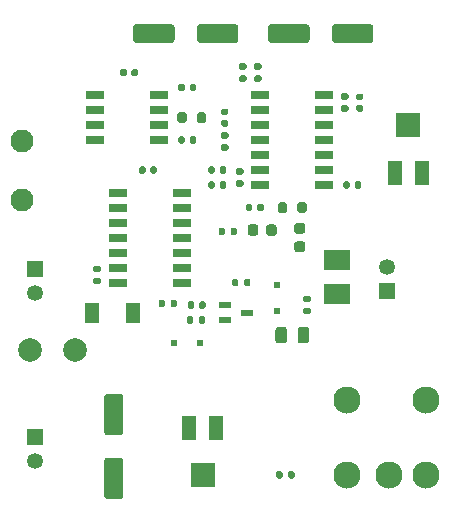
<source format=gbr>
%TF.GenerationSoftware,KiCad,Pcbnew,(5.1.8)-1*%
%TF.CreationDate,2021-02-07T14:07:47+00:00*%
%TF.ProjectId,Bat_Listner_JLCPCB,4261745f-4c69-4737-946e-65725f4a4c43,rev?*%
%TF.SameCoordinates,Original*%
%TF.FileFunction,Soldermask,Top*%
%TF.FilePolarity,Negative*%
%FSLAX46Y46*%
G04 Gerber Fmt 4.6, Leading zero omitted, Abs format (unit mm)*
G04 Created by KiCad (PCBNEW (5.1.8)-1) date 2021-02-07 14:07:47*
%MOMM*%
%LPD*%
G01*
G04 APERTURE LIST*
%ADD10R,1.525000X0.650000*%
%ADD11R,2.300000X1.800000*%
%ADD12R,1.300000X1.700000*%
%ADD13R,0.500000X0.500000*%
%ADD14R,1.000000X0.550000*%
%ADD15C,2.000000*%
%ADD16C,1.950000*%
%ADD17C,1.350000*%
%ADD18R,1.350000X1.350000*%
%ADD19C,2.300000*%
%ADD20R,1.300000X2.000000*%
%ADD21R,2.000000X2.000000*%
G04 APERTURE END LIST*
D10*
%TO.C,AT1*%
X148127000Y-55245000D03*
X148127000Y-56515000D03*
X148127000Y-57785000D03*
X148127000Y-59055000D03*
X142703000Y-59055000D03*
X142703000Y-57785000D03*
X142703000Y-56515000D03*
X142703000Y-55245000D03*
%TD*%
%TO.C,C1*%
G36*
G01*
X145370000Y-53170000D02*
X145370000Y-53510000D01*
G75*
G02*
X145230000Y-53650000I-140000J0D01*
G01*
X144950000Y-53650000D01*
G75*
G02*
X144810000Y-53510000I0J140000D01*
G01*
X144810000Y-53170000D01*
G75*
G02*
X144950000Y-53030000I140000J0D01*
G01*
X145230000Y-53030000D01*
G75*
G02*
X145370000Y-53170000I0J-140000D01*
G01*
G37*
G36*
G01*
X146330000Y-53170000D02*
X146330000Y-53510000D01*
G75*
G02*
X146190000Y-53650000I-140000J0D01*
G01*
X145910000Y-53650000D01*
G75*
G02*
X145770000Y-53510000I0J140000D01*
G01*
X145770000Y-53170000D01*
G75*
G02*
X145910000Y-53030000I140000J0D01*
G01*
X146190000Y-53030000D01*
G75*
G02*
X146330000Y-53170000I0J-140000D01*
G01*
G37*
%TD*%
%TO.C,C2*%
G36*
G01*
X149735000Y-54780000D02*
X149735000Y-54440000D01*
G75*
G02*
X149875000Y-54300000I140000J0D01*
G01*
X150155000Y-54300000D01*
G75*
G02*
X150295000Y-54440000I0J-140000D01*
G01*
X150295000Y-54780000D01*
G75*
G02*
X150155000Y-54920000I-140000J0D01*
G01*
X149875000Y-54920000D01*
G75*
G02*
X149735000Y-54780000I0J140000D01*
G01*
G37*
G36*
G01*
X150695000Y-54780000D02*
X150695000Y-54440000D01*
G75*
G02*
X150835000Y-54300000I140000J0D01*
G01*
X151115000Y-54300000D01*
G75*
G02*
X151255000Y-54440000I0J-140000D01*
G01*
X151255000Y-54780000D01*
G75*
G02*
X151115000Y-54920000I-140000J0D01*
G01*
X150835000Y-54920000D01*
G75*
G02*
X150695000Y-54780000I0J140000D01*
G01*
G37*
%TD*%
%TO.C,C3*%
G36*
G01*
X153500000Y-57350000D02*
X153840000Y-57350000D01*
G75*
G02*
X153980000Y-57490000I0J-140000D01*
G01*
X153980000Y-57770000D01*
G75*
G02*
X153840000Y-57910000I-140000J0D01*
G01*
X153500000Y-57910000D01*
G75*
G02*
X153360000Y-57770000I0J140000D01*
G01*
X153360000Y-57490000D01*
G75*
G02*
X153500000Y-57350000I140000J0D01*
G01*
G37*
G36*
G01*
X153500000Y-56390000D02*
X153840000Y-56390000D01*
G75*
G02*
X153980000Y-56530000I0J-140000D01*
G01*
X153980000Y-56810000D01*
G75*
G02*
X153840000Y-56950000I-140000J0D01*
G01*
X153500000Y-56950000D01*
G75*
G02*
X153360000Y-56810000I0J140000D01*
G01*
X153360000Y-56530000D01*
G75*
G02*
X153500000Y-56390000I140000J0D01*
G01*
G37*
%TD*%
%TO.C,C5*%
G36*
G01*
X147925000Y-61425000D02*
X147925000Y-61765000D01*
G75*
G02*
X147785000Y-61905000I-140000J0D01*
G01*
X147505000Y-61905000D01*
G75*
G02*
X147365000Y-61765000I0J140000D01*
G01*
X147365000Y-61425000D01*
G75*
G02*
X147505000Y-61285000I140000J0D01*
G01*
X147785000Y-61285000D01*
G75*
G02*
X147925000Y-61425000I0J-140000D01*
G01*
G37*
G36*
G01*
X146965000Y-61425000D02*
X146965000Y-61765000D01*
G75*
G02*
X146825000Y-61905000I-140000J0D01*
G01*
X146545000Y-61905000D01*
G75*
G02*
X146405000Y-61765000I0J140000D01*
G01*
X146405000Y-61425000D01*
G75*
G02*
X146545000Y-61285000I140000J0D01*
G01*
X146825000Y-61285000D01*
G75*
G02*
X146965000Y-61425000I0J-140000D01*
G01*
G37*
%TD*%
%TO.C,C6*%
G36*
G01*
X149735000Y-59225000D02*
X149735000Y-58885000D01*
G75*
G02*
X149875000Y-58745000I140000J0D01*
G01*
X150155000Y-58745000D01*
G75*
G02*
X150295000Y-58885000I0J-140000D01*
G01*
X150295000Y-59225000D01*
G75*
G02*
X150155000Y-59365000I-140000J0D01*
G01*
X149875000Y-59365000D01*
G75*
G02*
X149735000Y-59225000I0J140000D01*
G01*
G37*
G36*
G01*
X150695000Y-59225000D02*
X150695000Y-58885000D01*
G75*
G02*
X150835000Y-58745000I140000J0D01*
G01*
X151115000Y-58745000D01*
G75*
G02*
X151255000Y-58885000I0J-140000D01*
G01*
X151255000Y-59225000D01*
G75*
G02*
X151115000Y-59365000I-140000J0D01*
G01*
X150835000Y-59365000D01*
G75*
G02*
X150695000Y-59225000I0J140000D01*
G01*
G37*
%TD*%
%TO.C,C7*%
G36*
G01*
X151485000Y-73195000D02*
X151485000Y-72855000D01*
G75*
G02*
X151625000Y-72715000I140000J0D01*
G01*
X151905000Y-72715000D01*
G75*
G02*
X152045000Y-72855000I0J-140000D01*
G01*
X152045000Y-73195000D01*
G75*
G02*
X151905000Y-73335000I-140000J0D01*
G01*
X151625000Y-73335000D01*
G75*
G02*
X151485000Y-73195000I0J140000D01*
G01*
G37*
G36*
G01*
X150525000Y-73195000D02*
X150525000Y-72855000D01*
G75*
G02*
X150665000Y-72715000I140000J0D01*
G01*
X150945000Y-72715000D01*
G75*
G02*
X151085000Y-72855000I0J-140000D01*
G01*
X151085000Y-73195000D01*
G75*
G02*
X150945000Y-73335000I-140000J0D01*
G01*
X150665000Y-73335000D01*
G75*
G02*
X150525000Y-73195000I0J140000D01*
G01*
G37*
%TD*%
%TO.C,C8*%
G36*
G01*
X152835000Y-61425000D02*
X152835000Y-61765000D01*
G75*
G02*
X152695000Y-61905000I-140000J0D01*
G01*
X152415000Y-61905000D01*
G75*
G02*
X152275000Y-61765000I0J140000D01*
G01*
X152275000Y-61425000D01*
G75*
G02*
X152415000Y-61285000I140000J0D01*
G01*
X152695000Y-61285000D01*
G75*
G02*
X152835000Y-61425000I0J-140000D01*
G01*
G37*
G36*
G01*
X153795000Y-61425000D02*
X153795000Y-61765000D01*
G75*
G02*
X153655000Y-61905000I-140000J0D01*
G01*
X153375000Y-61905000D01*
G75*
G02*
X153235000Y-61765000I0J140000D01*
G01*
X153235000Y-61425000D01*
G75*
G02*
X153375000Y-61285000I140000J0D01*
G01*
X153655000Y-61285000D01*
G75*
G02*
X153795000Y-61425000I0J-140000D01*
G01*
G37*
%TD*%
%TO.C,C9*%
G36*
G01*
X152275000Y-63035000D02*
X152275000Y-62695000D01*
G75*
G02*
X152415000Y-62555000I140000J0D01*
G01*
X152695000Y-62555000D01*
G75*
G02*
X152835000Y-62695000I0J-140000D01*
G01*
X152835000Y-63035000D01*
G75*
G02*
X152695000Y-63175000I-140000J0D01*
G01*
X152415000Y-63175000D01*
G75*
G02*
X152275000Y-63035000I0J140000D01*
G01*
G37*
G36*
G01*
X153235000Y-63035000D02*
X153235000Y-62695000D01*
G75*
G02*
X153375000Y-62555000I140000J0D01*
G01*
X153655000Y-62555000D01*
G75*
G02*
X153795000Y-62695000I0J-140000D01*
G01*
X153795000Y-63035000D01*
G75*
G02*
X153655000Y-63175000I-140000J0D01*
G01*
X153375000Y-63175000D01*
G75*
G02*
X153235000Y-63035000I0J140000D01*
G01*
G37*
%TD*%
%TO.C,C10*%
G36*
G01*
X156010000Y-64600000D02*
X156010000Y-64940000D01*
G75*
G02*
X155870000Y-65080000I-140000J0D01*
G01*
X155590000Y-65080000D01*
G75*
G02*
X155450000Y-64940000I0J140000D01*
G01*
X155450000Y-64600000D01*
G75*
G02*
X155590000Y-64460000I140000J0D01*
G01*
X155870000Y-64460000D01*
G75*
G02*
X156010000Y-64600000I0J-140000D01*
G01*
G37*
G36*
G01*
X156970000Y-64600000D02*
X156970000Y-64940000D01*
G75*
G02*
X156830000Y-65080000I-140000J0D01*
G01*
X156550000Y-65080000D01*
G75*
G02*
X156410000Y-64940000I0J140000D01*
G01*
X156410000Y-64600000D01*
G75*
G02*
X156550000Y-64460000I140000J0D01*
G01*
X156830000Y-64460000D01*
G75*
G02*
X156970000Y-64600000I0J-140000D01*
G01*
G37*
%TD*%
%TO.C,C11*%
G36*
G01*
X155620000Y-66925000D02*
X155620000Y-66425000D01*
G75*
G02*
X155845000Y-66200000I225000J0D01*
G01*
X156295000Y-66200000D01*
G75*
G02*
X156520000Y-66425000I0J-225000D01*
G01*
X156520000Y-66925000D01*
G75*
G02*
X156295000Y-67150000I-225000J0D01*
G01*
X155845000Y-67150000D01*
G75*
G02*
X155620000Y-66925000I0J225000D01*
G01*
G37*
G36*
G01*
X157170000Y-66925000D02*
X157170000Y-66425000D01*
G75*
G02*
X157395000Y-66200000I225000J0D01*
G01*
X157845000Y-66200000D01*
G75*
G02*
X158070000Y-66425000I0J-225000D01*
G01*
X158070000Y-66925000D01*
G75*
G02*
X157845000Y-67150000I-225000J0D01*
G01*
X157395000Y-67150000D01*
G75*
G02*
X157170000Y-66925000I0J225000D01*
G01*
G37*
%TD*%
%TO.C,C12*%
G36*
G01*
X160270000Y-66985000D02*
X159770000Y-66985000D01*
G75*
G02*
X159545000Y-66760000I0J225000D01*
G01*
X159545000Y-66310000D01*
G75*
G02*
X159770000Y-66085000I225000J0D01*
G01*
X160270000Y-66085000D01*
G75*
G02*
X160495000Y-66310000I0J-225000D01*
G01*
X160495000Y-66760000D01*
G75*
G02*
X160270000Y-66985000I-225000J0D01*
G01*
G37*
G36*
G01*
X160270000Y-68535000D02*
X159770000Y-68535000D01*
G75*
G02*
X159545000Y-68310000I0J225000D01*
G01*
X159545000Y-67860000D01*
G75*
G02*
X159770000Y-67635000I225000J0D01*
G01*
X160270000Y-67635000D01*
G75*
G02*
X160495000Y-67860000I0J-225000D01*
G01*
X160495000Y-68310000D01*
G75*
G02*
X160270000Y-68535000I-225000J0D01*
G01*
G37*
%TD*%
%TO.C,C13*%
G36*
G01*
X164665000Y-63035000D02*
X164665000Y-62695000D01*
G75*
G02*
X164805000Y-62555000I140000J0D01*
G01*
X165085000Y-62555000D01*
G75*
G02*
X165225000Y-62695000I0J-140000D01*
G01*
X165225000Y-63035000D01*
G75*
G02*
X165085000Y-63175000I-140000J0D01*
G01*
X164805000Y-63175000D01*
G75*
G02*
X164665000Y-63035000I0J140000D01*
G01*
G37*
G36*
G01*
X163705000Y-63035000D02*
X163705000Y-62695000D01*
G75*
G02*
X163845000Y-62555000I140000J0D01*
G01*
X164125000Y-62555000D01*
G75*
G02*
X164265000Y-62695000I0J-140000D01*
G01*
X164265000Y-63035000D01*
G75*
G02*
X164125000Y-63175000I-140000J0D01*
G01*
X163845000Y-63175000D01*
G75*
G02*
X163705000Y-63035000I0J140000D01*
G01*
G37*
%TD*%
D11*
%TO.C,C14*%
X163195000Y-72115000D03*
X163195000Y-69215000D03*
%TD*%
%TO.C,C15*%
G36*
G01*
X165270000Y-56640000D02*
X164930000Y-56640000D01*
G75*
G02*
X164790000Y-56500000I0J140000D01*
G01*
X164790000Y-56220000D01*
G75*
G02*
X164930000Y-56080000I140000J0D01*
G01*
X165270000Y-56080000D01*
G75*
G02*
X165410000Y-56220000I0J-140000D01*
G01*
X165410000Y-56500000D01*
G75*
G02*
X165270000Y-56640000I-140000J0D01*
G01*
G37*
G36*
G01*
X165270000Y-55680000D02*
X164930000Y-55680000D01*
G75*
G02*
X164790000Y-55540000I0J140000D01*
G01*
X164790000Y-55260000D01*
G75*
G02*
X164930000Y-55120000I140000J0D01*
G01*
X165270000Y-55120000D01*
G75*
G02*
X165410000Y-55260000I0J-140000D01*
G01*
X165410000Y-55540000D01*
G75*
G02*
X165270000Y-55680000I-140000J0D01*
G01*
G37*
%TD*%
D12*
%TO.C,D1*%
X142395000Y-73660000D03*
X145895000Y-73660000D03*
%TD*%
D13*
%TO.C,D2*%
X151595000Y-76200000D03*
X149395000Y-76200000D03*
%TD*%
%TO.C,D3*%
X158115000Y-73490000D03*
X158115000Y-71290000D03*
%TD*%
%TO.C,D4*%
G36*
G01*
X157960000Y-76021250D02*
X157960000Y-75108750D01*
G75*
G02*
X158203750Y-74865000I243750J0D01*
G01*
X158691250Y-74865000D01*
G75*
G02*
X158935000Y-75108750I0J-243750D01*
G01*
X158935000Y-76021250D01*
G75*
G02*
X158691250Y-76265000I-243750J0D01*
G01*
X158203750Y-76265000D01*
G75*
G02*
X157960000Y-76021250I0J243750D01*
G01*
G37*
G36*
G01*
X159835000Y-76021250D02*
X159835000Y-75108750D01*
G75*
G02*
X160078750Y-74865000I243750J0D01*
G01*
X160566250Y-74865000D01*
G75*
G02*
X160810000Y-75108750I0J-243750D01*
G01*
X160810000Y-76021250D01*
G75*
G02*
X160566250Y-76265000I-243750J0D01*
G01*
X160078750Y-76265000D01*
G75*
G02*
X159835000Y-76021250I0J243750D01*
G01*
G37*
%TD*%
D10*
%TO.C,IC1*%
X144608000Y-63500000D03*
X144608000Y-64770000D03*
X144608000Y-66040000D03*
X144608000Y-67310000D03*
X144608000Y-68580000D03*
X144608000Y-69850000D03*
X144608000Y-71120000D03*
X150032000Y-71120000D03*
X150032000Y-69850000D03*
X150032000Y-68580000D03*
X150032000Y-67310000D03*
X150032000Y-66040000D03*
X150032000Y-64770000D03*
X150032000Y-63500000D03*
%TD*%
%TO.C,IC2*%
X162097000Y-55245000D03*
X162097000Y-56515000D03*
X162097000Y-57785000D03*
X162097000Y-59055000D03*
X162097000Y-60325000D03*
X162097000Y-61595000D03*
X162097000Y-62865000D03*
X156673000Y-62865000D03*
X156673000Y-61595000D03*
X156673000Y-60325000D03*
X156673000Y-59055000D03*
X156673000Y-57785000D03*
X156673000Y-56515000D03*
X156673000Y-55245000D03*
%TD*%
D14*
%TO.C,Q1*%
X153675000Y-73010000D03*
X153675000Y-74310000D03*
X155575000Y-73660000D03*
%TD*%
%TO.C,R1*%
G36*
G01*
X142690000Y-69705000D02*
X143060000Y-69705000D01*
G75*
G02*
X143195000Y-69840000I0J-135000D01*
G01*
X143195000Y-70110000D01*
G75*
G02*
X143060000Y-70245000I-135000J0D01*
G01*
X142690000Y-70245000D01*
G75*
G02*
X142555000Y-70110000I0J135000D01*
G01*
X142555000Y-69840000D01*
G75*
G02*
X142690000Y-69705000I135000J0D01*
G01*
G37*
G36*
G01*
X142690000Y-70725000D02*
X143060000Y-70725000D01*
G75*
G02*
X143195000Y-70860000I0J-135000D01*
G01*
X143195000Y-71130000D01*
G75*
G02*
X143060000Y-71265000I-135000J0D01*
G01*
X142690000Y-71265000D01*
G75*
G02*
X142555000Y-71130000I0J135000D01*
G01*
X142555000Y-70860000D01*
G75*
G02*
X142690000Y-70725000I135000J0D01*
G01*
G37*
%TD*%
%TO.C,R2*%
G36*
G01*
X149651000Y-57425000D02*
X149651000Y-56875000D01*
G75*
G02*
X149851000Y-56675000I200000J0D01*
G01*
X150251000Y-56675000D01*
G75*
G02*
X150451000Y-56875000I0J-200000D01*
G01*
X150451000Y-57425000D01*
G75*
G02*
X150251000Y-57625000I-200000J0D01*
G01*
X149851000Y-57625000D01*
G75*
G02*
X149651000Y-57425000I0J200000D01*
G01*
G37*
G36*
G01*
X151301000Y-57425000D02*
X151301000Y-56875000D01*
G75*
G02*
X151501000Y-56675000I200000J0D01*
G01*
X151901000Y-56675000D01*
G75*
G02*
X152101000Y-56875000I0J-200000D01*
G01*
X152101000Y-57425000D01*
G75*
G02*
X151901000Y-57625000I-200000J0D01*
G01*
X151501000Y-57625000D01*
G75*
G02*
X151301000Y-57425000I0J200000D01*
G01*
G37*
%TD*%
%TO.C,R3*%
G36*
G01*
X149084000Y-73083000D02*
X149084000Y-72713000D01*
G75*
G02*
X149219000Y-72578000I135000J0D01*
G01*
X149489000Y-72578000D01*
G75*
G02*
X149624000Y-72713000I0J-135000D01*
G01*
X149624000Y-73083000D01*
G75*
G02*
X149489000Y-73218000I-135000J0D01*
G01*
X149219000Y-73218000D01*
G75*
G02*
X149084000Y-73083000I0J135000D01*
G01*
G37*
G36*
G01*
X148064000Y-73083000D02*
X148064000Y-72713000D01*
G75*
G02*
X148199000Y-72578000I135000J0D01*
G01*
X148469000Y-72578000D01*
G75*
G02*
X148604000Y-72713000I0J-135000D01*
G01*
X148604000Y-73083000D01*
G75*
G02*
X148469000Y-73218000I-135000J0D01*
G01*
X148199000Y-73218000D01*
G75*
G02*
X148064000Y-73083000I0J135000D01*
G01*
G37*
%TD*%
%TO.C,R4*%
G36*
G01*
X153855000Y-58940000D02*
X153485000Y-58940000D01*
G75*
G02*
X153350000Y-58805000I0J135000D01*
G01*
X153350000Y-58535000D01*
G75*
G02*
X153485000Y-58400000I135000J0D01*
G01*
X153855000Y-58400000D01*
G75*
G02*
X153990000Y-58535000I0J-135000D01*
G01*
X153990000Y-58805000D01*
G75*
G02*
X153855000Y-58940000I-135000J0D01*
G01*
G37*
G36*
G01*
X153855000Y-59960000D02*
X153485000Y-59960000D01*
G75*
G02*
X153350000Y-59825000I0J135000D01*
G01*
X153350000Y-59555000D01*
G75*
G02*
X153485000Y-59420000I135000J0D01*
G01*
X153855000Y-59420000D01*
G75*
G02*
X153990000Y-59555000I0J-135000D01*
G01*
X153990000Y-59825000D01*
G75*
G02*
X153855000Y-59960000I-135000J0D01*
G01*
G37*
%TD*%
%TO.C,R5*%
G36*
G01*
X151015000Y-74110000D02*
X151015000Y-74480000D01*
G75*
G02*
X150880000Y-74615000I-135000J0D01*
G01*
X150610000Y-74615000D01*
G75*
G02*
X150475000Y-74480000I0J135000D01*
G01*
X150475000Y-74110000D01*
G75*
G02*
X150610000Y-73975000I135000J0D01*
G01*
X150880000Y-73975000D01*
G75*
G02*
X151015000Y-74110000I0J-135000D01*
G01*
G37*
G36*
G01*
X152035000Y-74110000D02*
X152035000Y-74480000D01*
G75*
G02*
X151900000Y-74615000I-135000J0D01*
G01*
X151630000Y-74615000D01*
G75*
G02*
X151495000Y-74480000I0J135000D01*
G01*
X151495000Y-74110000D01*
G75*
G02*
X151630000Y-73975000I135000J0D01*
G01*
X151900000Y-73975000D01*
G75*
G02*
X152035000Y-74110000I0J-135000D01*
G01*
G37*
%TD*%
%TO.C,R6*%
G36*
G01*
X155125000Y-63010000D02*
X154755000Y-63010000D01*
G75*
G02*
X154620000Y-62875000I0J135000D01*
G01*
X154620000Y-62605000D01*
G75*
G02*
X154755000Y-62470000I135000J0D01*
G01*
X155125000Y-62470000D01*
G75*
G02*
X155260000Y-62605000I0J-135000D01*
G01*
X155260000Y-62875000D01*
G75*
G02*
X155125000Y-63010000I-135000J0D01*
G01*
G37*
G36*
G01*
X155125000Y-61990000D02*
X154755000Y-61990000D01*
G75*
G02*
X154620000Y-61855000I0J135000D01*
G01*
X154620000Y-61585000D01*
G75*
G02*
X154755000Y-61450000I135000J0D01*
G01*
X155125000Y-61450000D01*
G75*
G02*
X155260000Y-61585000I0J-135000D01*
G01*
X155260000Y-61855000D01*
G75*
G02*
X155125000Y-61990000I-135000J0D01*
G01*
G37*
%TD*%
%TO.C,R7*%
G36*
G01*
X154702000Y-66617000D02*
X154702000Y-66987000D01*
G75*
G02*
X154567000Y-67122000I-135000J0D01*
G01*
X154297000Y-67122000D01*
G75*
G02*
X154162000Y-66987000I0J135000D01*
G01*
X154162000Y-66617000D01*
G75*
G02*
X154297000Y-66482000I135000J0D01*
G01*
X154567000Y-66482000D01*
G75*
G02*
X154702000Y-66617000I0J-135000D01*
G01*
G37*
G36*
G01*
X153682000Y-66617000D02*
X153682000Y-66987000D01*
G75*
G02*
X153547000Y-67122000I-135000J0D01*
G01*
X153277000Y-67122000D01*
G75*
G02*
X153142000Y-66987000I0J135000D01*
G01*
X153142000Y-66617000D01*
G75*
G02*
X153277000Y-66482000I135000J0D01*
G01*
X153547000Y-66482000D01*
G75*
G02*
X153682000Y-66617000I0J-135000D01*
G01*
G37*
%TD*%
%TO.C,R8*%
G36*
G01*
X159810000Y-65045000D02*
X159810000Y-64495000D01*
G75*
G02*
X160010000Y-64295000I200000J0D01*
G01*
X160410000Y-64295000D01*
G75*
G02*
X160610000Y-64495000I0J-200000D01*
G01*
X160610000Y-65045000D01*
G75*
G02*
X160410000Y-65245000I-200000J0D01*
G01*
X160010000Y-65245000D01*
G75*
G02*
X159810000Y-65045000I0J200000D01*
G01*
G37*
G36*
G01*
X158160000Y-65045000D02*
X158160000Y-64495000D01*
G75*
G02*
X158360000Y-64295000I200000J0D01*
G01*
X158760000Y-64295000D01*
G75*
G02*
X158960000Y-64495000I0J-200000D01*
G01*
X158960000Y-65045000D01*
G75*
G02*
X158760000Y-65245000I-200000J0D01*
G01*
X158360000Y-65245000D01*
G75*
G02*
X158160000Y-65045000I0J200000D01*
G01*
G37*
%TD*%
%TO.C,R9*%
G36*
G01*
X154285000Y-71305000D02*
X154285000Y-70935000D01*
G75*
G02*
X154420000Y-70800000I135000J0D01*
G01*
X154690000Y-70800000D01*
G75*
G02*
X154825000Y-70935000I0J-135000D01*
G01*
X154825000Y-71305000D01*
G75*
G02*
X154690000Y-71440000I-135000J0D01*
G01*
X154420000Y-71440000D01*
G75*
G02*
X154285000Y-71305000I0J135000D01*
G01*
G37*
G36*
G01*
X155305000Y-71305000D02*
X155305000Y-70935000D01*
G75*
G02*
X155440000Y-70800000I135000J0D01*
G01*
X155710000Y-70800000D01*
G75*
G02*
X155845000Y-70935000I0J-135000D01*
G01*
X155845000Y-71305000D01*
G75*
G02*
X155710000Y-71440000I-135000J0D01*
G01*
X155440000Y-71440000D01*
G75*
G02*
X155305000Y-71305000I0J135000D01*
G01*
G37*
%TD*%
%TO.C,R10*%
G36*
G01*
X160470000Y-72245000D02*
X160840000Y-72245000D01*
G75*
G02*
X160975000Y-72380000I0J-135000D01*
G01*
X160975000Y-72650000D01*
G75*
G02*
X160840000Y-72785000I-135000J0D01*
G01*
X160470000Y-72785000D01*
G75*
G02*
X160335000Y-72650000I0J135000D01*
G01*
X160335000Y-72380000D01*
G75*
G02*
X160470000Y-72245000I135000J0D01*
G01*
G37*
G36*
G01*
X160470000Y-73265000D02*
X160840000Y-73265000D01*
G75*
G02*
X160975000Y-73400000I0J-135000D01*
G01*
X160975000Y-73670000D01*
G75*
G02*
X160840000Y-73805000I-135000J0D01*
G01*
X160470000Y-73805000D01*
G75*
G02*
X160335000Y-73670000I0J135000D01*
G01*
X160335000Y-73400000D01*
G75*
G02*
X160470000Y-73265000I135000J0D01*
G01*
G37*
%TD*%
%TO.C,R11*%
G36*
G01*
X159040000Y-87585000D02*
X159040000Y-87215000D01*
G75*
G02*
X159175000Y-87080000I135000J0D01*
G01*
X159445000Y-87080000D01*
G75*
G02*
X159580000Y-87215000I0J-135000D01*
G01*
X159580000Y-87585000D01*
G75*
G02*
X159445000Y-87720000I-135000J0D01*
G01*
X159175000Y-87720000D01*
G75*
G02*
X159040000Y-87585000I0J135000D01*
G01*
G37*
G36*
G01*
X158020000Y-87585000D02*
X158020000Y-87215000D01*
G75*
G02*
X158155000Y-87080000I135000J0D01*
G01*
X158425000Y-87080000D01*
G75*
G02*
X158560000Y-87215000I0J-135000D01*
G01*
X158560000Y-87585000D01*
G75*
G02*
X158425000Y-87720000I-135000J0D01*
G01*
X158155000Y-87720000D01*
G75*
G02*
X158020000Y-87585000I0J135000D01*
G01*
G37*
%TD*%
%TO.C,R12*%
G36*
G01*
X163645000Y-56120000D02*
X164015000Y-56120000D01*
G75*
G02*
X164150000Y-56255000I0J-135000D01*
G01*
X164150000Y-56525000D01*
G75*
G02*
X164015000Y-56660000I-135000J0D01*
G01*
X163645000Y-56660000D01*
G75*
G02*
X163510000Y-56525000I0J135000D01*
G01*
X163510000Y-56255000D01*
G75*
G02*
X163645000Y-56120000I135000J0D01*
G01*
G37*
G36*
G01*
X163645000Y-55100000D02*
X164015000Y-55100000D01*
G75*
G02*
X164150000Y-55235000I0J-135000D01*
G01*
X164150000Y-55505000D01*
G75*
G02*
X164015000Y-55640000I-135000J0D01*
G01*
X163645000Y-55640000D01*
G75*
G02*
X163510000Y-55505000I0J135000D01*
G01*
X163510000Y-55235000D01*
G75*
G02*
X163645000Y-55100000I135000J0D01*
G01*
G37*
%TD*%
D15*
%TO.C,GND*%
X140970000Y-76835000D03*
%TD*%
%TO.C,BATT*%
X137160000Y-76835000D03*
%TD*%
D16*
%TO.C,IC3*%
X136525000Y-59095000D03*
X136525000Y-64095000D03*
%TD*%
%TO.C,C4*%
G36*
G01*
X145918000Y-50588000D02*
X145918000Y-49488000D01*
G75*
G02*
X146168000Y-49238000I250000J0D01*
G01*
X149168000Y-49238000D01*
G75*
G02*
X149418000Y-49488000I0J-250000D01*
G01*
X149418000Y-50588000D01*
G75*
G02*
X149168000Y-50838000I-250000J0D01*
G01*
X146168000Y-50838000D01*
G75*
G02*
X145918000Y-50588000I0J250000D01*
G01*
G37*
G36*
G01*
X151318000Y-50588000D02*
X151318000Y-49488000D01*
G75*
G02*
X151568000Y-49238000I250000J0D01*
G01*
X154568000Y-49238000D01*
G75*
G02*
X154818000Y-49488000I0J-250000D01*
G01*
X154818000Y-50588000D01*
G75*
G02*
X154568000Y-50838000I-250000J0D01*
G01*
X151568000Y-50838000D01*
G75*
G02*
X151318000Y-50588000I0J250000D01*
G01*
G37*
%TD*%
%TO.C,C17*%
G36*
G01*
X162748000Y-50588000D02*
X162748000Y-49488000D01*
G75*
G02*
X162998000Y-49238000I250000J0D01*
G01*
X165998000Y-49238000D01*
G75*
G02*
X166248000Y-49488000I0J-250000D01*
G01*
X166248000Y-50588000D01*
G75*
G02*
X165998000Y-50838000I-250000J0D01*
G01*
X162998000Y-50838000D01*
G75*
G02*
X162748000Y-50588000I0J250000D01*
G01*
G37*
G36*
G01*
X157348000Y-50588000D02*
X157348000Y-49488000D01*
G75*
G02*
X157598000Y-49238000I250000J0D01*
G01*
X160598000Y-49238000D01*
G75*
G02*
X160848000Y-49488000I0J-250000D01*
G01*
X160848000Y-50588000D01*
G75*
G02*
X160598000Y-50838000I-250000J0D01*
G01*
X157598000Y-50838000D01*
G75*
G02*
X157348000Y-50588000I0J250000D01*
G01*
G37*
%TD*%
%TO.C,C18*%
G36*
G01*
X143722000Y-80546000D02*
X144822000Y-80546000D01*
G75*
G02*
X145072000Y-80796000I0J-250000D01*
G01*
X145072000Y-83796000D01*
G75*
G02*
X144822000Y-84046000I-250000J0D01*
G01*
X143722000Y-84046000D01*
G75*
G02*
X143472000Y-83796000I0J250000D01*
G01*
X143472000Y-80796000D01*
G75*
G02*
X143722000Y-80546000I250000J0D01*
G01*
G37*
G36*
G01*
X143722000Y-85946000D02*
X144822000Y-85946000D01*
G75*
G02*
X145072000Y-86196000I0J-250000D01*
G01*
X145072000Y-89196000D01*
G75*
G02*
X144822000Y-89446000I-250000J0D01*
G01*
X143722000Y-89446000D01*
G75*
G02*
X143472000Y-89196000I0J250000D01*
G01*
X143472000Y-86196000D01*
G75*
G02*
X143722000Y-85946000I250000J0D01*
G01*
G37*
%TD*%
%TO.C,R13*%
G36*
G01*
X155009000Y-53582000D02*
X155379000Y-53582000D01*
G75*
G02*
X155514000Y-53717000I0J-135000D01*
G01*
X155514000Y-53987000D01*
G75*
G02*
X155379000Y-54122000I-135000J0D01*
G01*
X155009000Y-54122000D01*
G75*
G02*
X154874000Y-53987000I0J135000D01*
G01*
X154874000Y-53717000D01*
G75*
G02*
X155009000Y-53582000I135000J0D01*
G01*
G37*
G36*
G01*
X155009000Y-52562000D02*
X155379000Y-52562000D01*
G75*
G02*
X155514000Y-52697000I0J-135000D01*
G01*
X155514000Y-52967000D01*
G75*
G02*
X155379000Y-53102000I-135000J0D01*
G01*
X155009000Y-53102000D01*
G75*
G02*
X154874000Y-52967000I0J135000D01*
G01*
X154874000Y-52697000D01*
G75*
G02*
X155009000Y-52562000I135000J0D01*
G01*
G37*
%TD*%
%TO.C,R14*%
G36*
G01*
X156649000Y-54122000D02*
X156279000Y-54122000D01*
G75*
G02*
X156144000Y-53987000I0J135000D01*
G01*
X156144000Y-53717000D01*
G75*
G02*
X156279000Y-53582000I135000J0D01*
G01*
X156649000Y-53582000D01*
G75*
G02*
X156784000Y-53717000I0J-135000D01*
G01*
X156784000Y-53987000D01*
G75*
G02*
X156649000Y-54122000I-135000J0D01*
G01*
G37*
G36*
G01*
X156649000Y-53102000D02*
X156279000Y-53102000D01*
G75*
G02*
X156144000Y-52967000I0J135000D01*
G01*
X156144000Y-52697000D01*
G75*
G02*
X156279000Y-52562000I135000J0D01*
G01*
X156649000Y-52562000D01*
G75*
G02*
X156784000Y-52697000I0J-135000D01*
G01*
X156784000Y-52967000D01*
G75*
G02*
X156649000Y-53102000I-135000J0D01*
G01*
G37*
%TD*%
D17*
%TO.C,J1*%
X137600000Y-72000000D03*
D18*
X137600000Y-70000000D03*
%TD*%
%TO.C,J2*%
X167400000Y-71800000D03*
D17*
X167400000Y-69800000D03*
%TD*%
D19*
%TO.C,J3*%
X164050000Y-87400000D03*
X170750000Y-87400000D03*
X167550000Y-87400000D03*
X164050000Y-81100000D03*
X170750000Y-81100000D03*
%TD*%
D20*
%TO.C,RV1*%
X170350000Y-61800000D03*
D21*
X169200000Y-57800000D03*
D20*
X168050000Y-61800000D03*
%TD*%
%TO.C,RV2*%
X152950000Y-83400000D03*
D21*
X151800000Y-87400000D03*
D20*
X150650000Y-83400000D03*
%TD*%
D18*
%TO.C,J4*%
X137600000Y-84200000D03*
D17*
X137600000Y-86200000D03*
%TD*%
M02*

</source>
